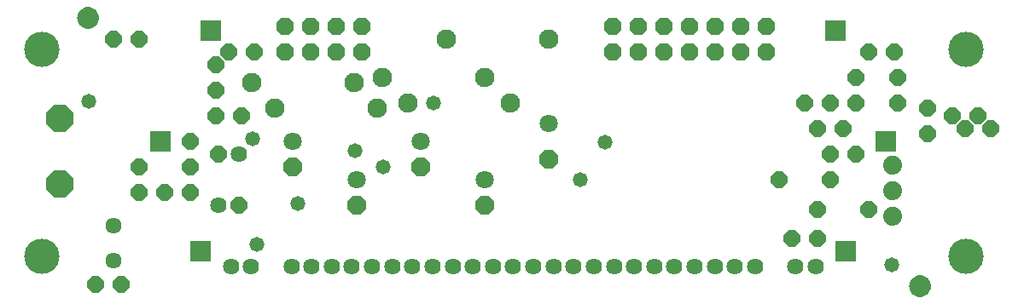
<source format=gts>
G75*
G70*
%OFA0B0*%
%FSLAX24Y24*%
%IPPOS*%
%LPD*%
%AMOC8*
5,1,8,0,0,1.08239X$1,22.5*
%
%ADD10OC8,0.0640*%
%ADD11C,0.0640*%
%ADD12C,0.1379*%
%ADD13OC8,0.0710*%
%ADD14C,0.0710*%
%ADD15C,0.0760*%
%ADD16C,0.0635*%
%ADD17OC8,0.1080*%
%ADD18C,0.0740*%
%ADD19OC8,0.0680*%
%ADD20R,0.0840X0.0840*%
%ADD21C,0.0050*%
%ADD22C,0.0580*%
D10*
X003960Y000760D03*
X004960Y000760D03*
X009580Y003860D03*
X007680Y004360D03*
X006680Y004360D03*
X005680Y004360D03*
X005680Y005360D03*
X007680Y005360D03*
X008780Y005860D03*
X007680Y006360D03*
X008680Y007360D03*
X009680Y007360D03*
X008680Y008360D03*
X008680Y009360D03*
X009180Y009860D03*
X010180Y009860D03*
X005680Y010360D03*
X004680Y010360D03*
X030660Y004860D03*
X032660Y004860D03*
X032680Y005860D03*
X033680Y005860D03*
X036480Y006640D03*
X037930Y006830D03*
X038930Y006830D03*
X038430Y007330D03*
X037430Y007330D03*
X036480Y007640D03*
X035320Y007860D03*
X033680Y007860D03*
X032680Y007860D03*
X031680Y007860D03*
X033680Y008860D03*
X035320Y008860D03*
X035180Y009860D03*
X034180Y009860D03*
X033180Y006860D03*
X032180Y006860D03*
X032180Y003680D03*
X034180Y003680D03*
X032180Y002560D03*
X031180Y002560D03*
D11*
X031310Y001439D03*
X032097Y001439D03*
X029735Y001439D03*
X028948Y001439D03*
X028160Y001439D03*
X027373Y001439D03*
X026586Y001439D03*
X025798Y001439D03*
X025011Y001439D03*
X024223Y001439D03*
X023436Y001439D03*
X022649Y001439D03*
X021861Y001439D03*
X021074Y001439D03*
X020286Y001439D03*
X019499Y001439D03*
X018711Y001439D03*
X017924Y001439D03*
X017137Y001439D03*
X016349Y001439D03*
X015562Y001439D03*
X014774Y001439D03*
X013987Y001439D03*
X013200Y001439D03*
X012412Y001439D03*
X011625Y001439D03*
X010050Y001439D03*
X009263Y001439D03*
X008780Y003860D03*
X009580Y005860D03*
D12*
X001880Y001860D03*
X001880Y009960D03*
X037980Y009960D03*
X037980Y001860D03*
D13*
X021680Y005660D03*
X016680Y005360D03*
X011680Y005360D03*
X014180Y003860D03*
X019180Y003860D03*
D14*
X019180Y004860D03*
X016680Y006360D03*
X011680Y006360D03*
X014180Y004860D03*
X021680Y007060D03*
D15*
X020180Y007860D03*
X019180Y008860D03*
X016180Y007860D03*
X014980Y007660D03*
X014080Y008660D03*
X015180Y008860D03*
X010980Y007660D03*
X010080Y008660D03*
X017680Y010360D03*
X021680Y010360D03*
D16*
X004680Y003029D03*
X004680Y001691D03*
D17*
X002580Y004680D03*
X002580Y007240D03*
D18*
X035105Y005420D03*
X035105Y004420D03*
X035105Y003420D03*
D19*
X030180Y009860D03*
X029180Y009860D03*
X028180Y009860D03*
X027180Y009860D03*
X026180Y009860D03*
X025180Y009860D03*
X024180Y009860D03*
X024180Y010860D03*
X025180Y010860D03*
X026180Y010860D03*
X027180Y010860D03*
X028180Y010860D03*
X029180Y010860D03*
X030180Y010860D03*
X014380Y010860D03*
X013380Y010860D03*
X012380Y010860D03*
X011380Y010860D03*
X011380Y009860D03*
X012380Y009860D03*
X013380Y009860D03*
X014380Y009860D03*
D20*
X008475Y010691D03*
X006507Y006360D03*
X008082Y002029D03*
X033278Y002029D03*
X034853Y006360D03*
X032885Y010691D03*
D21*
X004074Y011180D02*
X004068Y011112D01*
X004050Y011045D01*
X004021Y010983D01*
X003982Y010927D01*
X003933Y010878D01*
X003877Y010839D01*
X003815Y010810D01*
X003748Y010792D01*
X003680Y010786D01*
X003612Y010792D01*
X003545Y010810D01*
X003483Y010839D01*
X003427Y010878D01*
X003378Y010927D01*
X003339Y010983D01*
X003310Y011045D01*
X003292Y011112D01*
X003286Y011180D01*
X003292Y011248D01*
X003310Y011315D01*
X003339Y011377D01*
X003378Y011433D01*
X003427Y011482D01*
X003483Y011521D01*
X003545Y011550D01*
X003612Y011568D01*
X003680Y011574D01*
X003748Y011568D01*
X003815Y011550D01*
X003877Y011521D01*
X003933Y011482D01*
X003982Y011433D01*
X004021Y011377D01*
X004050Y011315D01*
X004068Y011248D01*
X004074Y011180D01*
X004072Y011202D02*
X003288Y011202D01*
X003293Y011250D02*
X004067Y011250D01*
X004054Y011299D02*
X003306Y011299D01*
X003325Y011347D02*
X004035Y011347D01*
X004008Y011396D02*
X003352Y011396D01*
X003389Y011444D02*
X003971Y011444D01*
X003917Y011493D02*
X003443Y011493D01*
X003526Y011541D02*
X003834Y011541D01*
X004071Y011153D02*
X003289Y011153D01*
X003294Y011105D02*
X004066Y011105D01*
X004053Y011056D02*
X003307Y011056D01*
X003328Y011008D02*
X004032Y011008D01*
X004004Y010959D02*
X003356Y010959D01*
X003395Y010911D02*
X003965Y010911D01*
X003910Y010862D02*
X003450Y010862D01*
X003538Y010814D02*
X003822Y010814D01*
X036112Y001068D02*
X036180Y001074D01*
X036248Y001068D01*
X036315Y001050D01*
X036377Y001021D01*
X036433Y000982D01*
X036482Y000933D01*
X036521Y000877D01*
X036550Y000815D01*
X036568Y000748D01*
X036574Y000680D01*
X036568Y000612D01*
X036550Y000545D01*
X036521Y000483D01*
X035839Y000483D01*
X035878Y000427D01*
X035927Y000378D01*
X035983Y000339D01*
X036045Y000310D01*
X036112Y000292D01*
X036180Y000286D01*
X036248Y000292D01*
X036315Y000310D01*
X036377Y000339D01*
X036433Y000378D01*
X036482Y000427D01*
X036521Y000483D01*
X036544Y000532D02*
X035816Y000532D01*
X035810Y000545D02*
X035839Y000483D01*
X035873Y000435D02*
X036487Y000435D01*
X036441Y000386D02*
X035919Y000386D01*
X035986Y000338D02*
X036374Y000338D01*
X036212Y000289D02*
X036148Y000289D01*
X035810Y000545D02*
X035792Y000612D01*
X035786Y000680D01*
X035792Y000748D01*
X035810Y000815D01*
X035839Y000877D01*
X035878Y000933D01*
X035927Y000982D01*
X035983Y001021D01*
X036045Y001050D01*
X036112Y001068D01*
X036102Y001065D02*
X036258Y001065D01*
X036383Y001017D02*
X035977Y001017D01*
X035913Y000968D02*
X036447Y000968D01*
X036491Y000920D02*
X035869Y000920D01*
X035836Y000871D02*
X036524Y000871D01*
X036546Y000823D02*
X035814Y000823D01*
X035799Y000774D02*
X036561Y000774D01*
X036570Y000726D02*
X035790Y000726D01*
X035787Y000677D02*
X036573Y000677D01*
X036569Y000629D02*
X035791Y000629D01*
X035801Y000580D02*
X036559Y000580D01*
D22*
X035060Y001500D03*
X022900Y004860D03*
X023860Y006300D03*
X017180Y007860D03*
X014100Y005980D03*
X015220Y005340D03*
X011860Y003900D03*
X010260Y002300D03*
X010100Y006460D03*
X003700Y007900D03*
M02*

</source>
